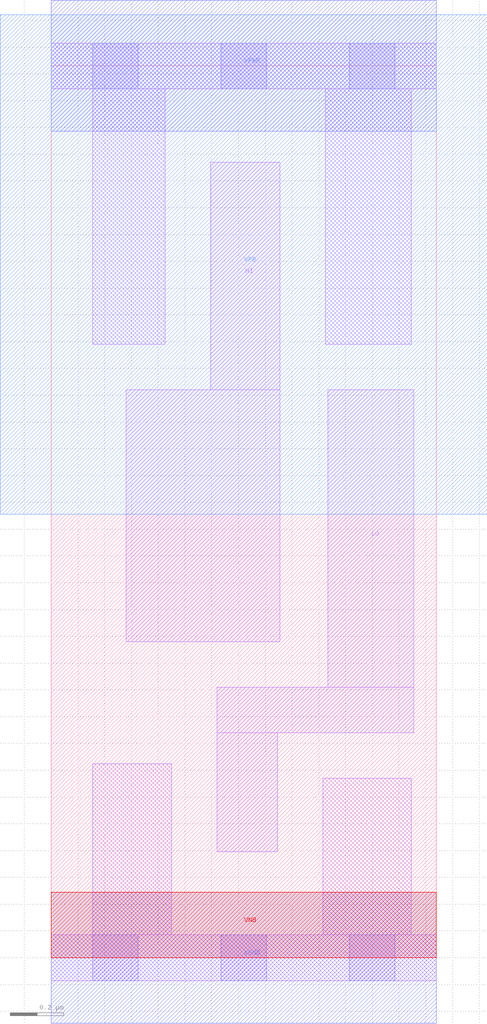
<source format=lef>
# Copyright 2020 The SkyWater PDK Authors
#
# Licensed under the Apache License, Version 2.0 (the "License");
# you may not use this file except in compliance with the License.
# You may obtain a copy of the License at
#
#     https://www.apache.org/licenses/LICENSE-2.0
#
# Unless required by applicable law or agreed to in writing, software
# distributed under the License is distributed on an "AS IS" BASIS,
# WITHOUT WARRANTIES OR CONDITIONS OF ANY KIND, either express or implied.
# See the License for the specific language governing permissions and
# limitations under the License.
#
# SPDX-License-Identifier: Apache-2.0

VERSION 5.7 ;
  NOWIREEXTENSIONATPIN ON ;
  DIVIDERCHAR "/" ;
  BUSBITCHARS "[]" ;
MACRO sky130_fd_sc_lp__conb_1
  CLASS CORE ;
  FOREIGN sky130_fd_sc_lp__conb_1 ;
  ORIGIN  0.000000  0.000000 ;
  SIZE  1.440000 BY  3.330000 ;
  SYMMETRY X Y R90 ;
  SITE unit ;
  PIN HI
    ANTENNADIFFAREA  0.179200 ;
    ANTENNAGATEAREA  0.159000 ;
    DIRECTION OUTPUT ;
    USE SIGNAL ;
    PORT
      LAYER li1 ;
        RECT 0.280000 1.180000 0.855000 2.120000 ;
        RECT 0.595000 2.120000 0.855000 2.970000 ;
    END
  END HI
  PIN LO
    ANTENNADIFFAREA  0.117600 ;
    ANTENNAGATEAREA  0.159000 ;
    DIRECTION OUTPUT ;
    USE SIGNAL ;
    PORT
      LAYER li1 ;
        RECT 0.620000 0.395000 0.845000 0.840000 ;
        RECT 0.620000 0.840000 1.355000 1.010000 ;
        RECT 1.035000 1.010000 1.355000 2.120000 ;
    END
  END LO
  PIN VGND
    DIRECTION INOUT ;
    USE GROUND ;
    PORT
      LAYER met1 ;
        RECT 0.000000 -0.245000 1.440000 0.245000 ;
    END
  END VGND
  PIN VNB
    DIRECTION INOUT ;
    USE GROUND ;
    PORT
      LAYER pwell ;
        RECT 0.000000 0.000000 1.440000 0.245000 ;
    END
  END VNB
  PIN VPB
    DIRECTION INOUT ;
    USE POWER ;
    PORT
      LAYER nwell ;
        RECT -0.190000 1.655000 1.630000 3.520000 ;
    END
  END VPB
  PIN VPWR
    DIRECTION INOUT ;
    USE POWER ;
    PORT
      LAYER met1 ;
        RECT 0.000000 3.085000 1.440000 3.575000 ;
    END
  END VPWR
  OBS
    LAYER li1 ;
      RECT 0.000000 -0.085000 1.440000 0.085000 ;
      RECT 0.000000  3.245000 1.440000 3.415000 ;
      RECT 0.155000  0.085000 0.450000 0.725000 ;
      RECT 0.155000  2.290000 0.425000 3.245000 ;
      RECT 1.015000  0.085000 1.345000 0.670000 ;
      RECT 1.025000  2.290000 1.345000 3.245000 ;
    LAYER mcon ;
      RECT 0.155000 -0.085000 0.325000 0.085000 ;
      RECT 0.155000  3.245000 0.325000 3.415000 ;
      RECT 0.635000 -0.085000 0.805000 0.085000 ;
      RECT 0.635000  3.245000 0.805000 3.415000 ;
      RECT 1.115000 -0.085000 1.285000 0.085000 ;
      RECT 1.115000  3.245000 1.285000 3.415000 ;
  END
END sky130_fd_sc_lp__conb_1
END LIBRARY

</source>
